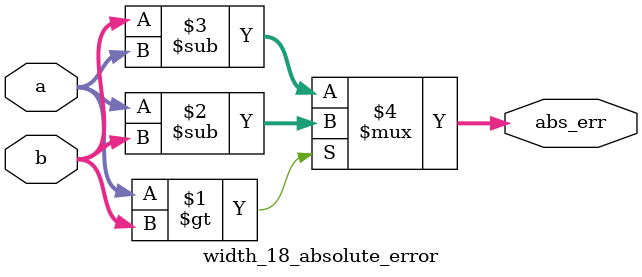
<source format=v>
module width_18_absolute_error(a, b, abs_err);
parameter _bit = 18;
input [_bit - 1: 0] a;
input [_bit - 1: 0] b;
output reg [_bit - 1: 0] abs_err;
assign abs_err = (a > b)? (a - b): (b - a);
endmodule

</source>
